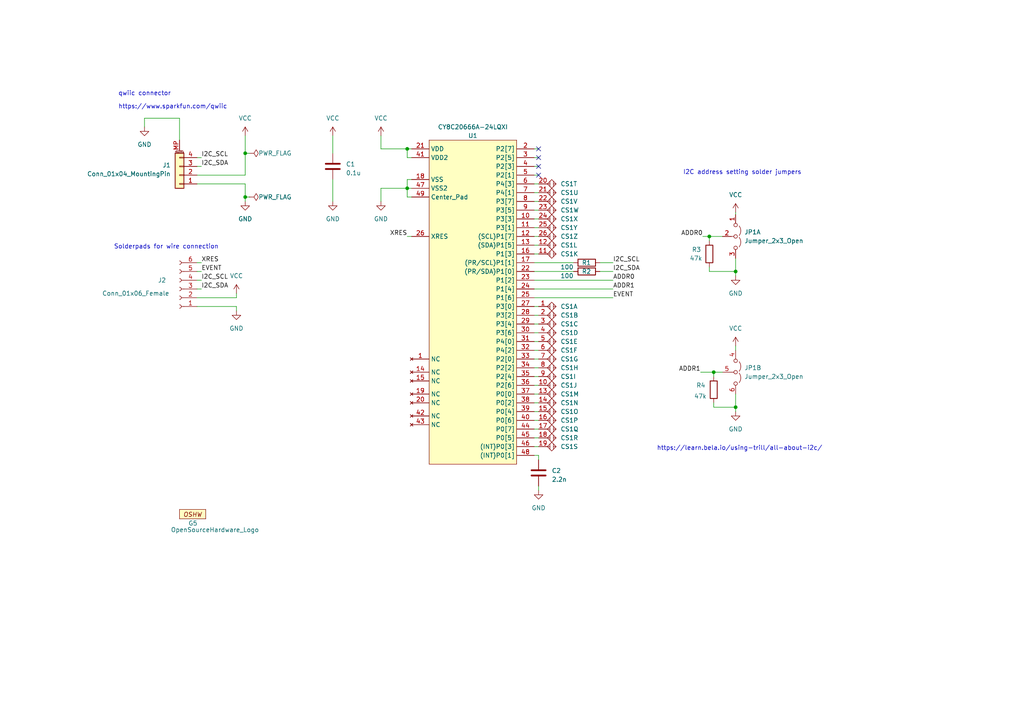
<source format=kicad_sch>
(kicad_sch (version 20230121) (generator eeschema)
  (paper "A4")
  (title_block (title "TRILL-BAR") (date "2022-10-26") (rev "C3") (company "BELA / Augmented Instruments Ltd.") (comment 1 "https://bela.io"))
  (lib_symbols
    (symbol "Bela:TRILL_BAR-26_CapSense" (in_bom no)
      (property "Reference" "CS" (at 4.699 -0.127 0))
      (symbol "TRILL_BAR-26_CapSense_0_1"
        (polyline (pts (xy 0.762 0) (xy 0 0)))
        (polyline (pts (xy 0.762 0.762) (xy 0.762 -0.762)))
        (polyline (pts (xy 1.778 0.762) (xy 1.778 -0.762)))
        (polyline (pts (xy 2.54 0) (xy 1.778 0)))
        (polyline (pts (xy 0 0) (xy 1.27 1.27) (xy 2.54 0) (xy 1.27 -1.27) (xy 0 0)))
      )
      (symbol "TRILL_BAR-26_CapSense_1_1"
        (pin input line (at -2.54 0 0) (length 2.54) (name "") (number "1"))
      )
      (symbol "TRILL_BAR-26_CapSense_2_1"
        (pin input line (at -2.54 0 0) (length 2.54) (name "") (number "2"))
      )
      (symbol "TRILL_BAR-26_CapSense_3_1"
        (pin input line (at -2.54 0 0) (length 2.54) (name "") (number "3"))
      )
      (symbol "TRILL_BAR-26_CapSense_4_1"
        (pin input line (at -2.54 0 0) (length 2.54) (name "") (number "4"))
      )
      (symbol "TRILL_BAR-26_CapSense_5_1"
        (pin input line (at -2.54 0 0) (length 2.54) (name "") (number "5"))
      )
      (symbol "TRILL_BAR-26_CapSense_6_1"
        (pin input line (at -2.54 0 0) (length 2.54) (name "") (number "6"))
      )
      (symbol "TRILL_BAR-26_CapSense_7_1"
        (pin input line (at -2.54 0 0) (length 2.54) (name "") (number "7"))
      )
      (symbol "TRILL_BAR-26_CapSense_8_1"
        (pin input line (at -2.54 0 0) (length 2.54) (name "") (number "8"))
      )
      (symbol "TRILL_BAR-26_CapSense_9_1"
        (pin input line (at -2.54 0 0) (length 2.54) (name "") (number "9"))
      )
      (symbol "TRILL_BAR-26_CapSense_10_1"
        (pin input line (at -2.54 0 0) (length 2.54) (name "") (number "10"))
      )
      (symbol "TRILL_BAR-26_CapSense_11_1"
        (pin input line (at -2.54 0 0) (length 2.54) (name "") (number "11"))
      )
      (symbol "TRILL_BAR-26_CapSense_12_1"
        (pin input line (at -2.54 0 0) (length 2.54) (name "") (number "12"))
      )
      (symbol "TRILL_BAR-26_CapSense_13_1"
        (pin input line (at -2.54 0 0) (length 2.54) (name "") (number "13"))
      )
      (symbol "TRILL_BAR-26_CapSense_14_1"
        (pin input line (at -2.54 0 0) (length 2.54) (name "") (number "14"))
      )
      (symbol "TRILL_BAR-26_CapSense_15_1"
        (pin input line (at -2.54 0 0) (length 2.54) (name "") (number "15"))
      )
      (symbol "TRILL_BAR-26_CapSense_16_1"
        (pin input line (at -2.54 0 0) (length 2.54) (name "") (number "16"))
      )
      (symbol "TRILL_BAR-26_CapSense_17_1"
        (pin input line (at -2.54 0 0) (length 2.54) (name "") (number "17"))
      )
      (symbol "TRILL_BAR-26_CapSense_18_1"
        (pin input line (at -2.54 0 0) (length 2.54) (name "") (number "18"))
      )
      (symbol "TRILL_BAR-26_CapSense_19_1"
        (pin input line (at -2.54 0 0) (length 2.54) (name "") (number "19"))
      )
      (symbol "TRILL_BAR-26_CapSense_20_1"
        (pin input line (at -2.54 0 0) (length 2.54) (name "") (number "20"))
      )
      (symbol "TRILL_BAR-26_CapSense_21_1"
        (pin input line (at -2.54 0 0) (length 2.54) (name "") (number "21"))
      )
      (symbol "TRILL_BAR-26_CapSense_22_1"
        (pin input line (at -2.54 0 0) (length 2.54) (name "") (number "22"))
      )
      (symbol "TRILL_BAR-26_CapSense_23_1"
        (pin input line (at -2.54 0 0) (length 2.54) (name "") (number "23"))
      )
      (symbol "TRILL_BAR-26_CapSense_24_1"
        (pin input line (at -2.54 0 0) (length 2.54) (name "") (number "24"))
      )
      (symbol "TRILL_BAR-26_CapSense_25_1"
        (pin input line (at -2.54 0 0) (length 2.54) (name "") (number "25"))
      )
      (symbol "TRILL_BAR-26_CapSense_26_1"
        (pin input line (at -2.54 0 0) (length 2.54) (name "") (number "26"))
      )
    )
    (symbol "Connector:Conn_01x06_Female" (pin_names (offset 1.016) hide)
      (property "Reference" "J" (at 0 7.62 0))
      (property "Value" "Conn_01x06_Female" (at 0 -10.16 0))
      (symbol "Conn_01x06_Female_1_1"
        (arc (start 0 -7.112) (mid -0.5058 -7.62) (end 0 -8.128) (stroke (width 0.1524)))
        (arc (start 0 -4.572) (mid -0.5058 -5.08) (end 0 -5.588) (stroke (width 0.1524)))
        (arc (start 0 -2.032) (mid -0.5058 -2.54) (end 0 -3.048) (stroke (width 0.1524)))
        (polyline (pts (xy -1.27 -7.62) (xy -0.508 -7.62)) (stroke (width 0.1524)))
        (polyline (pts (xy -1.27 -5.08) (xy -0.508 -5.08)) (stroke (width 0.1524)))
        (polyline (pts (xy -1.27 -2.54) (xy -0.508 -2.54)) (stroke (width 0.1524)))
        (polyline (pts (xy -1.27 0) (xy -0.508 0)) (stroke (width 0.1524)))
        (polyline (pts (xy -1.27 2.54) (xy -0.508 2.54)) (stroke (width 0.1524)))
        (polyline (pts (xy -1.27 5.08) (xy -0.508 5.08)) (stroke (width 0.1524)))
        (arc (start 0 0.508) (mid -0.5058 0) (end 0 -0.508) (stroke (width 0.1524)))
        (arc (start 0 3.048) (mid -0.5058 2.54) (end 0 2.032) (stroke (width 0.1524)))
        (arc (start 0 5.588) (mid -0.5058 5.08) (end 0 4.572) (stroke (width 0.1524)))
        (pin passive line (at -5.08 5.08 0) (length 3.81) (name "Pin_1") (number "1"))
        (pin passive line (at -5.08 2.54 0) (length 3.81) (name "Pin_2") (number "2"))
        (pin passive line (at -5.08 0 0) (length 3.81) (name "Pin_3") (number "3"))
        (pin passive line (at -5.08 -2.54 0) (length 3.81) (name "Pin_4") (number "4"))
        (pin passive line (at -5.08 -5.08 0) (length 3.81) (name "Pin_5") (number "5"))
        (pin passive line (at -5.08 -7.62 0) (length 3.81) (name "Pin_6") (number "6"))
      )
    )
    (symbol "Connector_Generic_MountingPin:Conn_01x04_MountingPin" (pin_names (offset 1.016) hide)
      (property "Reference" "J" (at 0 5.08 0))
      (property "Value" "Conn_01x04_MountingPin" (at 1.27 -7.62 0))
      (symbol "Conn_01x04_MountingPin_1_1"
        (rectangle (start -1.27 -4.953) (end 0 -5.207) (stroke (width 0.1524)))
        (rectangle (start -1.27 -2.413) (end 0 -2.667) (stroke (width 0.1524)))
        (rectangle (start -1.27 0.127) (end 0 -0.127) (stroke (width 0.1524)))
        (rectangle (start -1.27 2.667) (end 0 2.413) (stroke (width 0.1524)))
        (rectangle (start -1.27 3.81) (end 1.27 -6.35) (stroke (width 0.254)) (fill (type background)))
        (polyline (pts (xy -1.016 -7.112) (xy 1.016 -7.112)) (stroke (width 0.1524)))
        (text "Mounting" (at 0 -6.731 0) (effects (font (size 0.381 0.381))))
        (pin passive line (at -5.08 2.54 0) (length 3.81) (name "Pin_1") (number "1"))
        (pin passive line (at -5.08 0 0) (length 3.81) (name "Pin_2") (number "2"))
        (pin passive line (at -5.08 -2.54 0) (length 3.81) (name "Pin_3") (number "3"))
        (pin passive line (at -5.08 -5.08 0) (length 3.81) (name "Pin_4") (number "4"))
        (pin passive line (at 0 -10.16 90) (length 3.048) (name "MountPin") (number "MP"))
      )
    )
    (symbol "Device:C" (pin_numbers hide) (pin_names (offset 0.254))
      (property "Reference" "C" (at 0.635 2.54 0))
      (property "Value" "C" (at 0.635 -2.54 0))
      (symbol "C_0_1"
        (polyline (pts (xy -2.032 -0.762) (xy 2.032 -0.762)) (stroke (width 0.508)))
        (polyline (pts (xy -2.032 0.762) (xy 2.032 0.762)) (stroke (width 0.508)))
      )
      (symbol "C_1_1"
        (pin passive line (at 0 3.81 270) (length 2.794) (name "~") (number "1"))
        (pin passive line (at 0 -3.81 90) (length 2.794) (name "~") (number "2"))
      )
    )
    (symbol "Device:R" (pin_numbers hide) (pin_names (offset 0))
      (property "Reference" "R" (at 2.032 0 90))
      (property "Value" "R" (at 0 0 90))
      (symbol "R_0_1"
        (rectangle (start -1.016 -2.54) (end 1.016 2.54) (stroke (width 0.254)))
      )
      (symbol "R_1_1"
        (pin passive line (at 0 3.81 270) (length 1.27) (name "~") (number "1"))
        (pin passive line (at 0 -3.81 90) (length 1.27) (name "~") (number "2"))
      )
    )
    (symbol "TRILL:CY8C206X6A"
      (property "Reference" "U" (at 0 -53.34 0))
      (property "Value" "CY8C206X6A" (at 0 -50.8 0))
      (symbol "CY8C206X6A_0_1"
        (rectangle (start -12.7 45.72) (end 12.7 -48.26) (fill (type background)))
      )
      (symbol "CY8C206X6A_1_0"
        (pin no_connect line (at -17.78 -17.78 0) (length 5.08) (name "NC") (number "1"))
        (pin bidirectional line (at 17.78 22.86 180) (length 5.08) (name "P3[3]") (number "10"))
        (pin bidirectional line (at 17.78 20.32 180) (length 5.08) (name "P3[1]") (number "11"))
        (pin bidirectional line (at 17.78 17.78 180) (length 5.08) (name "(SCL)P1[7]") (number "12"))
        (pin bidirectional line (at 17.78 15.24 180) (length 5.08) (name "(SDA)P1[5]") (number "13"))
        (pin no_connect line (at -17.78 -21.59 0) (length 5.08) (name "NC") (number "14"))
        (pin no_connect line (at -17.78 -24.13 0) (length 5.08) (name "NC") (number "15"))
        (pin bidirectional line (at 17.78 12.7 180) (length 5.08) (name "P1[3]") (number "16"))
        (pin bidirectional line (at 17.78 10.16 180) (length 5.08) (name "(PR/SCL)P1[1]") (number "17"))
        (pin power_in line (at -17.78 34.29 0) (length 5.08) (name "VSS") (number "18"))
        (pin no_connect line (at -17.78 -27.94 0) (length 5.08) (name "NC") (number "19"))
        (pin bidirectional line (at 17.78 43.18 180) (length 5.08) (name "P2[7]") (number "2"))
        (pin no_connect line (at -17.78 -30.48 0) (length 5.08) (name "NC") (number "20"))
        (pin power_in line (at -17.78 43.18 0) (length 5.08) (name "VDD") (number "21"))
        (pin bidirectional line (at 17.78 7.62 180) (length 5.08) (name "(PR/SDA)P1[0]") (number "22"))
        (pin bidirectional line (at 17.78 5.08 180) (length 5.08) (name "P1[2]") (number "23"))
        (pin bidirectional line (at 17.78 2.54 180) (length 5.08) (name "P1[4]") (number "24"))
        (pin bidirectional line (at 17.78 0 180) (length 5.08) (name "P1[6]") (number "25"))
        (pin input line (at -17.78 17.78 0) (length 5.08) (name "XRES") (number "26"))
        (pin bidirectional line (at 17.78 -2.54 180) (length 5.08) (name "P3[0]") (number "27"))
        (pin bidirectional line (at 17.78 -5.08 180) (length 5.08) (name "P3[2]") (number "28"))
        (pin bidirectional line (at 17.78 -7.62 180) (length 5.08) (name "P3[4]") (number "29"))
        (pin bidirectional line (at 17.78 40.64 180) (length 5.08) (name "P2[5]") (number "3"))
        (pin bidirectional line (at 17.78 -10.16 180) (length 5.08) (name "P3[6]") (number "30"))
        (pin bidirectional line (at 17.78 -12.7 180) (length 5.08) (name "P4[0]") (number "31"))
        (pin bidirectional line (at 17.78 -15.24 180) (length 5.08) (name "P4[2]") (number "32"))
        (pin bidirectional line (at 17.78 -17.78 180) (length 5.08) (name "P2[0]") (number "33"))
        (pin bidirectional line (at 17.78 -20.32 180) (length 5.08) (name "P2[2]") (number "34"))
        (pin bidirectional line (at 17.78 -22.86 180) (length 5.08) (name "P2[4]") (number "35"))
        (pin bidirectional line (at 17.78 -25.4 180) (length 5.08) (name "P2[6]") (number "36"))
        (pin bidirectional line (at 17.78 -27.94 180) (length 5.08) (name "P0[0]") (number "37"))
        (pin bidirectional line (at 17.78 -30.48 180) (length 5.08) (name "P0[2]") (number "38"))
        (pin bidirectional line (at 17.78 -33.02 180) (length 5.08) (name "P0[4]") (number "39"))
        (pin bidirectional line (at 17.78 38.1 180) (length 5.08) (name "P2[3]") (number "4"))
        (pin bidirectional line (at 17.78 -35.56 180) (length 5.08) (name "P0[6]") (number "40"))
        (pin power_in line (at -17.78 40.64 0) (length 5.08) (name "VDD2") (number "41"))
        (pin no_connect line (at -17.78 -34.29 0) (length 5.08) (name "NC") (number "42"))
        (pin no_connect line (at -17.78 -36.83 0) (length 5.08) (name "NC") (number "43"))
        (pin bidirectional line (at 17.78 -38.1 180) (length 5.08) (name "P0[7]") (number "44"))
        (pin bidirectional line (at 17.78 -40.64 180) (length 5.08) (name "P0[5]") (number "45"))
        (pin bidirectional line (at 17.78 -43.18 180) (length 5.08) (name "(INT)P0[3]") (number "46"))
        (pin power_in line (at -17.78 31.75 0) (length 5.08) (name "VSS2") (number "47"))
        (pin bidirectional line (at 17.78 -45.72 180) (length 5.08) (name "(INT)P0[1]") (number "48"))
        (pin power_in line (at -17.78 29.21 0) (length 5.08) (name "Center_Pad") (number "49"))
        (pin bidirectional line (at 17.78 35.56 180) (length 5.08) (name "P2[1]") (number "5"))
        (pin bidirectional line (at 17.78 33.02 180) (length 5.08) (name "P4[3]") (number "6"))
        (pin bidirectional line (at 17.78 30.48 180) (length 5.08) (name "P4[1]") (number "7"))
        (pin bidirectional line (at 17.78 27.94 180) (length 5.08) (name "P3[7]") (number "8"))
        (pin bidirectional line (at 17.78 25.4 180) (length 5.08) (name "P3[5]") (number "9"))
      )
    )
    (symbol "TRILL:Jumper_2x3_Open" (pin_names (offset 0) hide)
      (property "Reference" "JP" (at -2.54 -2.54 0))
      (property "Value" "Jumper_2x3_Open" (at 0 2.794 0))
      (symbol "Jumper_2x3_Open_0_0"
        (circle (center -3.302 0) (radius 0.508))
        (circle (center 0 0) (radius 0.508))
        (circle (center 3.302 0) (radius 0.508))
      )
      (symbol "Jumper_2x3_Open_0_1"
        (arc (start -0.254 1.016) (mid -1.651 1.4992) (end -3.048 1.016))
        (polyline (pts (xy 0 -0.508) (xy 0 -1.27)))
        (arc (start 3.048 1.016) (mid 1.651 1.4992) (end 0.254 1.016))
      )
      (symbol "Jumper_2x3_Open_1_1"
        (pin passive line (at -6.35 0 0) (length 2.54) (name "A") (number "1"))
        (pin passive line (at 0 -3.81 90) (length 2.54) (name "C") (number "2"))
        (pin passive line (at 6.35 0 180) (length 2.54) (name "B") (number "3"))
      )
      (symbol "Jumper_2x3_Open_2_1"
        (pin passive line (at -6.35 0 0) (length 2.54) (name "A") (number "4"))
        (pin passive line (at 0 -3.81 90) (length 2.54) (name "A") (number "5"))
        (pin passive line (at 6.35 0 180) (length 2.54) (name "B") (number "6"))
      )
    )
    (symbol "TRILL:OpenSourceHardware_Logo" (pin_numbers hide) (pin_names (offset 0) hide) (in_bom no)
      (property "Reference" "G" (at 0 0 0))
      (property "Value" "OpenSourceHardware_Logo" (at 0.0508 1.9812 0))
      (symbol "OpenSourceHardware_Logo_0_0"
        (text "" (at -8.2804 -10.668 0) (effects (font (size 1.27 1.27))))
        (text "" (at -5.3594 -2.286 0) (effects (font (size 1.27 1.27))))
        (text "OSHW" (at 0 6.35 0) (effects (font (size 1.27 1.27) italic)))
      )
      (symbol "OpenSourceHardware_Logo_0_1"
        (rectangle (start -3.81 7.8232) (end 3.81 5.08) (fill (type background)))
      )
    )
    (symbol "power:GND" (power) (pin_names (offset 0))
      (property "Value" "GND" (at 0 -3.81 0))
      (symbol "GND_0_1"
        (polyline (pts (xy 0 0) (xy 0 -1.27) (xy 1.27 -1.27) (xy 0 -2.54) (xy -1.27 -1.27) (xy 0 -1.27)))
      )
      (symbol "GND_1_1"
        (pin power_in line (at 0 0 270) (length 0) hide (name "GND") (number "1"))
      )
    )
    (symbol "power:PWR_FLAG" (power) (pin_numbers hide) (pin_names (offset 0) hide)
      (property "Value" "PWR_FLAG" (at 0 3.81 0))
      (symbol "PWR_FLAG_0_0"
        (pin power_out line (at 0 0 90) (length 0) (name "pwr") (number "1"))
      )
      (symbol "PWR_FLAG_0_1"
        (polyline (pts (xy 0 0) (xy 0 1.27) (xy -1.016 1.905) (xy 0 2.54) (xy 1.016 1.905) (xy 0 1.27)))
      )
    )
    (symbol "power:VCC" (power) (pin_names (offset 0))
      (property "Value" "VCC" (at 0 3.81 0))
      (symbol "VCC_0_1"
        (polyline (pts (xy -0.762 1.27) (xy 0 2.54)))
        (polyline (pts (xy 0 0) (xy 0 2.54)))
        (polyline (pts (xy 0 2.54) (xy 0.762 1.27)))
      )
      (symbol "VCC_1_1"
        (pin power_in line (at 0 0 90) (length 0) hide (name "VCC") (number "1"))
      )
    )
  )
  (junction (at 213.36 118.11))
  (junction (at 118.11 54.61))
  (junction (at 205.74 68.58))
  (junction (at 207.01 107.95))
  (junction (at 213.36 78.74))
  (junction (at 71.12 44.45))
  (junction (at 118.11 43.18))
  (junction (at 71.12 57.15))
  (no_connect (at 156.21 50.8))
  (no_connect (at 156.21 43.18))
  (no_connect (at 156.21 45.72))
  (no_connect (at 156.21 48.26))
  (wire (pts (xy 118.11 45.72) (xy 118.11 43.18)))
  (wire (pts (xy 205.74 68.58) (xy 209.55 68.58)))
  (wire (pts (xy 154.94 55.88) (xy 156.21 55.88)))
  (wire (pts (xy 207.01 107.95) (xy 207.01 109.22)))
  (wire (pts (xy 213.36 74.93) (xy 213.36 78.74)))
  (wire (pts (xy 68.58 88.9) (xy 68.58 90.17)))
  (wire (pts (xy 57.15 88.9) (xy 68.58 88.9)))
  (wire (pts (xy 156.21 140.97) (xy 156.21 142.24)))
  (wire (pts (xy 68.58 86.36) (xy 68.58 85.09)))
  (wire (pts (xy 52.07 34.29) (xy 52.07 40.64)))
  (wire (pts (xy 110.49 54.61) (xy 110.49 58.42)))
  (wire (pts (xy 205.74 78.74) (xy 213.36 78.74)))
  (wire (pts (xy 154.94 91.44) (xy 156.21 91.44)))
  (wire (pts (xy 154.94 124.46) (xy 156.21 124.46)))
  (wire (pts (xy 154.94 76.2) (xy 166.37 76.2)))
  (wire (pts (xy 72.39 44.45) (xy 71.12 44.45)))
  (wire (pts (xy 207.01 107.95) (xy 209.55 107.95)))
  (wire (pts (xy 154.94 109.22) (xy 156.21 109.22)))
  (wire (pts (xy 154.94 129.54) (xy 156.21 129.54)))
  (wire (pts (xy 154.94 66.04) (xy 156.21 66.04)))
  (wire (pts (xy 119.38 54.61) (xy 118.11 54.61)))
  (wire (pts (xy 57.15 53.34) (xy 71.12 53.34)))
  (wire (pts (xy 118.11 43.18) (xy 110.49 43.18)))
  (wire (pts (xy 154.94 73.66) (xy 156.21 73.66)))
  (wire (pts (xy 154.94 93.98) (xy 156.21 93.98)))
  (wire (pts (xy 154.94 43.18) (xy 156.21 43.18)))
  (wire (pts (xy 118.11 43.18) (xy 119.38 43.18)))
  (wire (pts (xy 154.94 119.38) (xy 156.21 119.38)))
  (wire (pts (xy 57.15 50.8) (xy 71.12 50.8)))
  (wire (pts (xy 213.36 118.11) (xy 213.36 119.38)))
  (wire (pts (xy 71.12 44.45) (xy 71.12 39.37)))
  (wire (pts (xy 205.74 68.58) (xy 205.74 69.85)))
  (wire (pts (xy 71.12 57.15) (xy 71.12 58.42)))
  (wire (pts (xy 154.94 81.28) (xy 177.8 81.28)))
  (wire (pts (xy 173.99 78.74) (xy 177.8 78.74)))
  (wire (pts (xy 213.36 118.11) (xy 207.01 118.11)))
  (wire (pts (xy 118.11 68.58) (xy 119.38 68.58)))
  (wire (pts (xy 57.15 48.26) (xy 58.42 48.26)))
  (wire (pts (xy 207.01 116.84) (xy 207.01 118.11)))
  (wire (pts (xy 213.36 100.33) (xy 213.36 101.6)))
  (wire (pts (xy 154.94 63.5) (xy 156.21 63.5)))
  (wire (pts (xy 173.99 76.2) (xy 177.8 76.2)))
  (wire (pts (xy 118.11 54.61) (xy 110.49 54.61)))
  (wire (pts (xy 57.15 83.82) (xy 58.42 83.82)))
  (wire (pts (xy 154.94 58.42) (xy 156.21 58.42)))
  (wire (pts (xy 154.94 101.6) (xy 156.21 101.6)))
  (wire (pts (xy 203.835 68.58) (xy 205.74 68.58)))
  (wire (pts (xy 154.94 106.68) (xy 156.21 106.68)))
  (wire (pts (xy 154.94 116.84) (xy 156.21 116.84)))
  (wire (pts (xy 118.11 52.07) (xy 118.11 54.61)))
  (wire (pts (xy 154.94 104.14) (xy 156.21 104.14)))
  (wire (pts (xy 41.91 34.29) (xy 41.91 36.83)))
  (wire (pts (xy 205.74 77.47) (xy 205.74 78.74)))
  (wire (pts (xy 119.38 45.72) (xy 118.11 45.72)))
  (wire (pts (xy 154.94 48.26) (xy 156.21 48.26)))
  (wire (pts (xy 110.49 39.37) (xy 110.49 43.18)))
  (wire (pts (xy 154.94 50.8) (xy 156.21 50.8)))
  (wire (pts (xy 154.94 121.92) (xy 156.21 121.92)))
  (wire (pts (xy 154.94 83.82) (xy 177.8 83.82)))
  (wire (pts (xy 203.2 107.95) (xy 207.01 107.95)))
  (wire (pts (xy 52.07 34.29) (xy 41.91 34.29)))
  (wire (pts (xy 156.21 133.35) (xy 156.21 132.08)))
  (wire (pts (xy 213.36 80.01) (xy 213.36 78.74)))
  (wire (pts (xy 118.11 57.15) (xy 119.38 57.15)))
  (wire (pts (xy 154.94 68.58) (xy 156.21 68.58)))
  (wire (pts (xy 154.94 78.74) (xy 166.37 78.74)))
  (wire (pts (xy 118.11 54.61) (xy 118.11 57.15)))
  (wire (pts (xy 57.15 81.28) (xy 58.42 81.28)))
  (wire (pts (xy 213.36 114.3) (xy 213.36 118.11)))
  (wire (pts (xy 71.12 53.34) (xy 71.12 57.15)))
  (wire (pts (xy 57.15 78.74) (xy 58.42 78.74)))
  (wire (pts (xy 71.12 50.8) (xy 71.12 44.45)))
  (wire (pts (xy 154.94 45.72) (xy 156.21 45.72)))
  (wire (pts (xy 57.15 76.2) (xy 58.42 76.2)))
  (wire (pts (xy 154.94 53.34) (xy 156.21 53.34)))
  (wire (pts (xy 154.94 88.9) (xy 156.21 88.9)))
  (wire (pts (xy 57.15 86.36) (xy 68.58 86.36)))
  (wire (pts (xy 154.94 96.52) (xy 156.21 96.52)))
  (wire (pts (xy 154.94 86.36) (xy 177.8 86.36)))
  (wire (pts (xy 72.39 57.15) (xy 71.12 57.15)))
  (wire (pts (xy 154.94 71.12) (xy 156.21 71.12)))
  (wire (pts (xy 154.94 114.3) (xy 156.21 114.3)))
  (wire (pts (xy 96.52 39.37) (xy 96.52 44.45)))
  (wire (pts (xy 57.15 45.72) (xy 58.42 45.72)))
  (wire (pts (xy 154.94 99.06) (xy 156.21 99.06)))
  (wire (pts (xy 119.38 52.07) (xy 118.11 52.07)))
  (wire (pts (xy 156.21 132.08) (xy 154.94 132.08)))
  (wire (pts (xy 154.94 60.96) (xy 156.21 60.96)))
  (wire (pts (xy 213.36 61.595) (xy 213.36 62.23)))
  (wire (pts (xy 96.52 52.07) (xy 96.52 58.42)))
  (wire (pts (xy 154.94 111.76) (xy 156.21 111.76)))
  (wire (pts (xy 154.94 127) (xy 156.21 127)))
  (text "qwiic connector" (at 34.29 27.94 0) (effects (font (size 1.27 1.27)) (justify left bottom)))
  (text "I2C address setting solder jumpers" (at 198.12 50.8 0) (effects (font (size 1.27 1.27)) (justify left bottom)))
  (text "Solderpads for wire connection" (at 33.02 72.39 0) (effects (font (size 1.27 1.27)) (justify left bottom)))
  (text "https://learn.bela.io/using-trill/all-about-i2c/" (at 190.5 130.81 0) (effects (font (size 1.27 1.27)) (justify left bottom)))
  (text "https://www.sparkfun.com/qwiic" (at 34.29 31.75 0) (effects (font (size 1.27 1.27)) (justify left bottom)))
  (label "I2C_SCL" (at 58.42 81.28 0))
  (label "EVENT" (at 177.8 86.36 0))
  (label "ADDR0" (at 203.835 68.58 0))
  (label "XRES" (at 58.42 76.2 0))
  (label "EVENT" (at 58.42 78.74 0))
  (label "XRES" (at 118.11 68.58 0))
  (label "I2C_SDA" (at 177.8 78.74 0))
  (label "ADDR1" (at 203.2 107.95 0))
  (label "I2C_SDA" (at 58.42 48.26 0))
  (label "ADDR0" (at 177.8 81.28 0))
  (label "ADDR1" (at 177.8 83.82 0))
  (label "I2C_SCL" (at 177.8 76.2 0))
  (label "I2C_SDA" (at 58.42 83.82 0))
  (label "I2C_SCL" (at 58.42 45.72 0))
  (symbol (lib_id "power:VCC") (at 213.36 100.33 0) (unit 1)
    (property "Reference" "#PWR013" (effects hide))
    (property "Value" "VCC" (at 213.36 95.25 0))
  )
  (symbol (lib_id "Bela:TRILL_BAR-26_CapSense") (at 158.75 104.14 0) (unit 7) (in_bom no)
    (property "Reference" "CS1" (at 162.56 104.1399 0) (effects (justify left)))
    (property "Value" "TRILL_BAR-26_CapSense" (effects hide))
    (property "Footprint" "TRILL:TRILL_BAR_CapSense" (effects hide))
  )
  (symbol (lib_id "power:VCC") (at 68.58 85.09 0) (unit 1)
    (property "Reference" "#PWR02" (effects hide))
    (property "Value" "VCC" (at 68.58 80.01 0))
  )
  (symbol (lib_id "Bela:TRILL_BAR-26_CapSense") (at 158.75 124.46 0) (unit 17) (in_bom no)
    (property "Reference" "CS1" (at 162.56 124.4599 0) (effects (justify left)))
    (property "Value" "TRILL_BAR-26_CapSense" (effects hide))
    (property "Footprint" "TRILL:TRILL_BAR_CapSense" (effects hide))
  )
  (symbol (lib_id "power:GND") (at 156.21 142.24 0) (unit 1)
    (property "Reference" "#PWR010" (effects hide))
    (property "Value" "GND" (at 156.21 147.32 0))
  )
  (symbol (lib_id "Connector:Conn_01x06_Female") (at 52.07 83.82 180) (unit 1) (in_bom no)
    (property "Reference" "J2" (at 46.99 81.28 0))
    (property "Value" "Conn_01x06_Female" (at 39.37 85.09 0))
    (property "Footprint" "TRILL:I2C+EVT_RST_Wire_connector_SMD" (effects hide))
  )
  (symbol (lib_id "TRILL:OpenSourceHardware_Logo") (at 55.88 155.575 0) (unit 1) (in_bom no)
    (property "Reference" "G5" (at 54.61 151.765 0) (effects (justify left)))
    (property "Value" "OpenSourceHardware_Logo" (at 49.53 153.67 0) (effects (justify left)))
    (property "Footprint" "TRILL:OpenSourceHardware_Logo" (effects hide))
  )
  (symbol (lib_id "Bela:TRILL_BAR-26_CapSense") (at 158.75 96.52 0) (unit 4) (in_bom no)
    (property "Reference" "CS1" (at 162.56 96.5199 0) (effects (justify left)))
    (property "Value" "TRILL_BAR-26_CapSense" (effects hide))
    (property "Footprint" "TRILL:TRILL_BAR_CapSense" (effects hide))
  )
  (symbol (lib_id "TRILL:CY8C206X6A") (at 137.16 86.36 0) (unit 1)
    (property "Reference" "U1" (at 137.16 39.37 0))
    (property "Value" "CY8C20666A-24LQXI" (at 137.16 36.83 0))
    (property "Footprint" "Package_DFN_QFN:QFN-48-1EP_6x6mm_P0.4mm_EP4.6x4.6mm" (effects hide))
    (property "Datasheet" "https://www.infineon.com/dgdl/Infineon-CY8C20XX6A_S_1.8_V_Programmable_CapSense_Controller_with_SmartSense_Auto-tuning_1-33_Buttons_0-6_Sliders-DataSheet-v26_00-EN.pdf?fileId=8ac78c8c7d0d8da4017d0ecc6dc04671" (effects hide))
  )
  (symbol (lib_id "power:VCC") (at 213.36 61.595 0) (unit 1)
    (property "Reference" "#PWR011" (effects hide))
    (property "Value" "VCC" (at 213.36 56.515 0))
  )
  (symbol (lib_id "Device:R") (at 170.18 76.2 90) (unit 1)
    (property "Reference" "R1" (at 171.45 76.2 90) (effects (justify left)))
    (property "Value" "100" (at 166.37 77.47 90) (effects (justify left)))
    (property "Footprint" "Resistor_SMD:R_0402_1005Metric" (effects hide))
  )
  (symbol (lib_id "TRILL:Jumper_2x3_Open") (at 213.36 68.58 270) (unit 1) (in_bom no)
    (property "Reference" "JP1" (at 215.9 67.3099 90) (effects (justify left)))
    (property "Value" "Jumper_2x3_Open" (at 215.9 69.8499 90) (effects (justify left)))
    (property "Footprint" "TRILL:SolderJumper-2x3_P1.3mm_Open_Pad1.0x1.5mm" (effects hide))
  )
  (symbol (lib_id "Bela:TRILL_BAR-26_CapSense") (at 158.75 93.98 0) (unit 3) (in_bom no)
    (property "Reference" "CS1" (at 162.56 93.9799 0) (effects (justify left)))
    (property "Value" "TRILL_BAR-26_CapSense" (effects hide))
    (property "Footprint" "TRILL:TRILL_BAR_CapSense" (effects hide))
  )
  (symbol (lib_id "Device:R") (at 205.74 73.66 0) (unit 1)
    (property "Reference" "R3" (at 200.66 72.39 0) (effects (justify left)))
    (property "Value" "47k" (at 200.025 74.93 0) (effects (justify left)))
    (property "Footprint" "Resistor_SMD:R_0402_1005Metric" (effects hide))
  )
  (symbol (lib_id "Bela:TRILL_BAR-26_CapSense") (at 158.75 99.06 0) (unit 5) (in_bom no)
    (property "Reference" "CS1" (at 162.56 99.0599 0) (effects (justify left)))
    (property "Value" "TRILL_BAR-26_CapSense" (effects hide))
    (property "Footprint" "TRILL:TRILL_BAR_CapSense" (effects hide))
  )
  (symbol (lib_id "power:GND") (at 68.58 90.17 0) (unit 1)
    (property "Reference" "#PWR03" (effects hide))
    (property "Value" "GND" (at 68.58 95.25 0))
  )
  (symbol (lib_id "Bela:TRILL_BAR-26_CapSense") (at 158.75 101.6 0) (unit 6) (in_bom no)
    (property "Reference" "CS1" (at 162.56 101.5999 0) (effects (justify left)))
    (property "Value" "TRILL_BAR-26_CapSense" (effects hide))
    (property "Footprint" "TRILL:TRILL_BAR_CapSense" (effects hide))
  )
  (symbol (lib_id "Bela:TRILL_BAR-26_CapSense") (at 158.75 119.38 0) (unit 15) (in_bom no)
    (property "Reference" "CS1" (at 162.56 119.3799 0) (effects (justify left)))
    (property "Value" "TRILL_BAR-26_CapSense" (effects hide))
    (property "Footprint" "TRILL:TRILL_BAR_CapSense" (effects hide))
  )
  (symbol (lib_id "Bela:TRILL_BAR-26_CapSense") (at 158.75 121.92 0) (unit 16) (in_bom no)
    (property "Reference" "CS1" (at 162.56 121.9199 0) (effects (justify left)))
    (property "Value" "TRILL_BAR-26_CapSense" (effects hide))
    (property "Footprint" "TRILL:TRILL_BAR_CapSense" (effects hide))
  )
  (symbol (lib_id "Bela:TRILL_BAR-26_CapSense") (at 158.75 114.3 0) (unit 13) (in_bom no)
    (property "Reference" "CS1" (at 162.56 114.2999 0) (effects (justify left)))
    (property "Value" "TRILL_BAR-26_CapSense" (effects hide))
    (property "Footprint" "TRILL:TRILL_BAR_CapSense" (effects hide))
  )
  (symbol (lib_id "Device:R") (at 207.01 113.03 0) (unit 1)
    (property "Reference" "R4" (at 201.93 111.76 0) (effects (justify left)))
    (property "Value" "47k" (at 201.295 114.935 0) (effects (justify left)))
    (property "Footprint" "Resistor_SMD:R_0402_1005Metric" (effects hide))
  )
  (symbol (lib_id "power:VCC") (at 110.49 39.37 0) (unit 1)
    (property "Reference" "#PWR08" (effects hide))
    (property "Value" "VCC" (at 110.49 34.29 0))
  )
  (symbol (lib_id "power:GND") (at 96.52 58.42 0) (unit 1)
    (property "Reference" "#PWR07" (effects hide))
    (property "Value" "GND" (at 96.52 63.5 0))
  )
  (symbol (lib_id "power:PWR_FLAG") (at 72.39 57.15 270) (unit 1)
    (property "Reference" "#FLG02" (effects hide))
    (property "Value" "PWR_FLAG" (at 74.93 57.15 90) (effects (justify left)))
  )
  (symbol (lib_id "Bela:TRILL_BAR-26_CapSense") (at 158.75 53.34 0) (unit 20) (in_bom no)
    (property "Reference" "CS1" (at 162.56 53.3399 0) (effects (justify left)))
    (property "Value" "TRILL_BAR-26_CapSense" (effects hide))
    (property "Footprint" "TRILL:TRILL_BAR_CapSense" (effects hide))
  )
  (symbol (lib_id "Device:C") (at 156.21 137.16 0) (unit 1)
    (property "Reference" "C2" (at 160.02 136.525 0) (effects (justify left)))
    (property "Value" "2.2n" (at 160.02 139.065 0) (effects (justify left)))
    (property "Footprint" "Capacitor_SMD:C_0402_1005Metric" (effects hide))
  )
  (symbol (lib_id "power:VCC") (at 71.12 39.37 0) (unit 1)
    (property "Reference" "#PWR04" (effects hide))
    (property "Value" "VCC" (at 71.12 34.29 0))
  )
  (symbol (lib_id "Bela:TRILL_BAR-26_CapSense") (at 158.75 73.66 0) (unit 11) (in_bom no)
    (property "Reference" "CS1" (at 162.56 73.6599 0) (effects (justify left)))
    (property "Value" "TRILL_BAR-26_CapSense" (effects hide))
    (property "Footprint" "TRILL:TRILL_BAR_CapSense" (effects hide))
  )
  (symbol (lib_id "Bela:TRILL_BAR-26_CapSense") (at 158.75 66.04 0) (unit 25) (in_bom no)
    (property "Reference" "CS1" (at 162.56 66.0399 0) (effects (justify left)))
    (property "Value" "TRILL_BAR-26_CapSense" (effects hide))
    (property "Footprint" "TRILL:TRILL_BAR_CapSense" (effects hide))
  )
  (symbol (lib_id "Bela:TRILL_BAR-26_CapSense") (at 158.75 88.9 0) (unit 1) (in_bom no)
    (property "Reference" "CS1" (at 162.56 88.8999 0) (effects (justify left)))
    (property "Value" "TRILL_BAR-26_CapSense" (effects hide))
    (property "Footprint" "TRILL:TRILL_BAR_CapSense" (effects hide))
  )
  (symbol (lib_id "power:GND") (at 213.36 80.01 0) (unit 1)
    (property "Reference" "#PWR012" (effects hide))
    (property "Value" "GND" (at 213.36 85.09 0))
  )
  (symbol (lib_id "Bela:TRILL_BAR-26_CapSense") (at 158.75 63.5 0) (unit 24) (in_bom no)
    (property "Reference" "CS1" (at 162.56 63.4999 0) (effects (justify left)))
    (property "Value" "TRILL_BAR-26_CapSense" (effects hide))
    (property "Footprint" "TRILL:TRILL_BAR_CapSense" (effects hide))
  )
  (symbol (lib_id "Bela:TRILL_BAR-26_CapSense") (at 158.75 111.76 0) (unit 10) (in_bom no)
    (property "Reference" "CS1" (at 162.56 111.7599 0) (effects (justify left)))
    (property "Value" "TRILL_BAR-26_CapSense" (effects hide))
    (property "Footprint" "TRILL:TRILL_BAR_CapSense" (effects hide))
  )
  (symbol (lib_id "power:GND") (at 213.36 119.38 0) (unit 1)
    (property "Reference" "#PWR014" (effects hide))
    (property "Value" "GND" (at 213.36 124.46 0))
  )
  (symbol (lib_id "power:GND") (at 110.49 58.42 0) (unit 1)
    (property "Reference" "#PWR09" (effects hide))
    (property "Value" "GND" (at 110.49 63.5 0))
  )
  (symbol (lib_id "Bela:TRILL_BAR-26_CapSense") (at 158.75 129.54 0) (unit 19) (in_bom no)
    (property "Reference" "CS1" (at 162.56 129.5399 0) (effects (justify left)))
    (property "Value" "TRILL_BAR-26_CapSense" (effects hide))
    (property "Footprint" "TRILL:TRILL_BAR_CapSense" (effects hide))
  )
  (symbol (lib_id "Bela:TRILL_BAR-26_CapSense") (at 158.75 60.96 0) (unit 23) (in_bom no)
    (property "Reference" "CS1" (at 162.56 60.9599 0) (effects (justify left)))
    (property "Value" "TRILL_BAR-26_CapSense" (effects hide))
    (property "Footprint" "TRILL:TRILL_BAR_CapSense" (effects hide))
  )
  (symbol (lib_id "power:VCC") (at 96.52 39.37 0) (unit 1)
    (property "Reference" "#PWR06" (effects hide))
    (property "Value" "VCC" (at 96.52 34.29 0))
  )
  (symbol (lib_id "Device:C") (at 96.52 48.26 0) (unit 1)
    (property "Reference" "C1" (at 100.33 47.625 0) (effects (justify left)))
    (property "Value" "0.1u" (at 100.33 50.165 0) (effects (justify left)))
    (property "Footprint" "Capacitor_SMD:C_0402_1005Metric" (effects hide))
  )
  (symbol (lib_id "Device:R") (at 170.18 78.74 90) (unit 1)
    (property "Reference" "R2" (at 171.45 78.74 90) (effects (justify left)))
    (property "Value" "100" (at 166.37 80.01 90) (effects (justify left)))
    (property "Footprint" "Resistor_SMD:R_0402_1005Metric" (effects hide))
  )
  (symbol (lib_id "power:GND") (at 71.12 58.42 0) (unit 1)
    (property "Reference" "#PWR05" (effects hide))
    (property "Value" "GND" (at 71.12 63.5 0))
  )
  (symbol (lib_id "TRILL:Jumper_2x3_Open") (at 213.36 107.95 270) (unit 2) (in_bom no)
    (property "Reference" "JP1" (at 215.9 106.6799 90) (effects (justify left)))
    (property "Value" "Jumper_2x3_Open" (at 215.9 109.2199 90) (effects (justify left)))
    (property "Footprint" "TRILL:SolderJumper-2x3_P1.3mm_Open_Pad1.0x1.5mm" (effects hide))
  )
  (symbol (lib_id "Bela:TRILL_BAR-26_CapSense") (at 158.75 71.12 0) (unit 12) (in_bom no)
    (property "Reference" "CS1" (at 162.56 71.1199 0) (effects (justify left)))
    (property "Value" "TRILL_BAR-26_CapSense" (effects hide))
    (property "Footprint" "TRILL:TRILL_BAR_CapSense" (effects hide))
  )
  (symbol (lib_id "Bela:TRILL_BAR-26_CapSense") (at 158.75 91.44 0) (unit 2) (in_bom no)
    (property "Reference" "CS1" (at 162.56 91.4399 0) (effects (justify left)))
    (property "Value" "TRILL_BAR-26_CapSense" (effects hide))
    (property "Footprint" "TRILL:TRILL_BAR_CapSense" (effects hide))
  )
  (symbol (lib_id "power:GND") (at 41.91 36.83 0) (unit 1)
    (property "Reference" "#PWR01" (effects hide))
    (property "Value" "GND" (at 41.91 41.91 0))
  )
  (symbol (lib_id "Bela:TRILL_BAR-26_CapSense") (at 158.75 68.58 0) (unit 26) (in_bom no)
    (property "Reference" "CS1" (at 162.56 68.5799 0) (effects (justify left)))
    (property "Value" "TRILL_BAR-26_CapSense" (effects hide))
    (property "Footprint" "TRILL:TRILL_BAR_CapSense" (effects hide))
  )
  (symbol (lib_id "Bela:TRILL_BAR-26_CapSense") (at 158.75 106.68 0) (unit 8) (in_bom no)
    (property "Reference" "CS1" (at 162.56 106.6799 0) (effects (justify left)))
    (property "Value" "TRILL_BAR-26_CapSense" (effects hide))
    (property "Footprint" "TRILL:TRILL_BAR_CapSense" (effects hide))
  )
  (symbol (lib_id "power:PWR_FLAG") (at 72.39 44.45 270) (unit 1)
    (property "Reference" "#FLG01" (effects hide))
    (property "Value" "PWR_FLAG" (at 74.93 44.45 90) (effects (justify left)))
  )
  (symbol (lib_id "Bela:TRILL_BAR-26_CapSense") (at 158.75 109.22 0) (unit 9) (in_bom no)
    (property "Reference" "CS1" (at 162.56 109.2199 0) (effects (justify left)))
    (property "Value" "TRILL_BAR-26_CapSense" (effects hide))
    (property "Footprint" "TRILL:TRILL_BAR_CapSense" (effects hide))
  )
  (symbol (lib_id "Bela:TRILL_BAR-26_CapSense") (at 158.75 58.42 0) (unit 22) (in_bom no)
    (property "Reference" "CS1" (at 162.56 58.4199 0) (effects (justify left)))
    (property "Value" "TRILL_BAR-26_CapSense" (effects hide))
    (property "Footprint" "TRILL:TRILL_BAR_CapSense" (effects hide))
  )
  (symbol (lib_id "Connector_Generic_MountingPin:Conn_01x04_MountingPin") (at 52.07 50.8 180) (unit 1)
    (property "Reference" "J1" (at 49.53 47.9043 0) (effects (justify left)))
    (property "Value" "Conn_01x04_MountingPin" (at 49.53 50.4443 0) (effects (justify left)))
    (property "Footprint" "TRILL:qwiic_horizontal_SMD" (effects hide))
  )
  (symbol (lib_id "Bela:TRILL_BAR-26_CapSense") (at 158.75 116.84 0) (unit 14) (in_bom no)
    (property "Reference" "CS1" (at 162.56 116.8399 0) (effects (justify left)))
    (property "Value" "TRILL_BAR-26_CapSense" (effects hide))
    (property "Footprint" "TRILL:TRILL_BAR_CapSense" (effects hide))
  )
  (symbol (lib_id "Bela:TRILL_BAR-26_CapSense") (at 158.75 127 0) (unit 18) (in_bom no)
    (property "Reference" "CS1" (at 162.56 126.9999 0) (effects (justify left)))
    (property "Value" "TRILL_BAR-26_CapSense" (effects hide))
    (property "Footprint" "TRILL:TRILL_BAR_CapSense" (effects hide))
  )
  (symbol (lib_id "Bela:TRILL_BAR-26_CapSense") (at 158.75 55.88 0) (unit 21) (in_bom no)
    (property "Reference" "CS1" (at 162.56 55.8799 0) (effects (justify left)))
    (property "Value" "TRILL_BAR-26_CapSense" (effects hide))
    (property "Footprint" "TRILL:TRILL_BAR_CapSense" (effects hide))
  )
)
</source>
